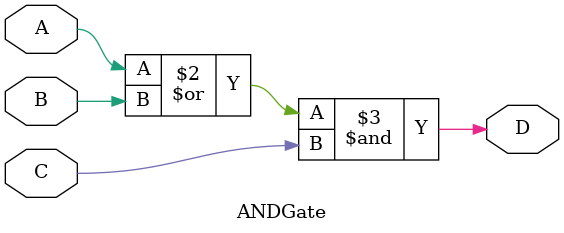
<source format=v>
/******************************************************************
* Description
*		This is an AND gate:
* Version:
*	1.0
* Author:
*	Dr. José Luis Pizano Escalante
* email:
*	luispizano@iteso.mx
* Date:
*	01/03/2014
******************************************************************/
module ANDGate
(
	input A,
	input B,
	input C,
	output reg D
);

always@(*)
	D = (A | B) & C; //Modified for beq & bne

endmodule
//andgate//
</source>
